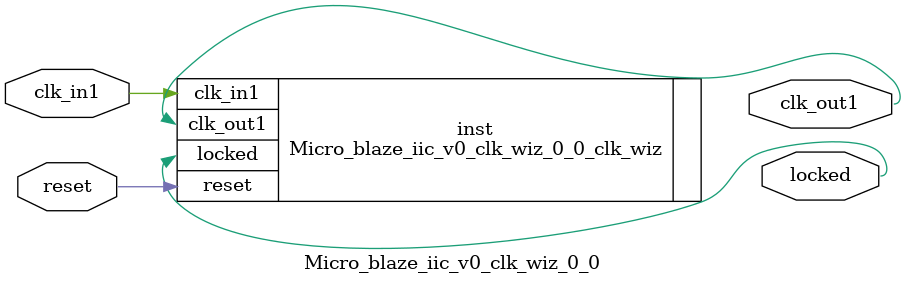
<source format=v>


`timescale 1ps/1ps

(* CORE_GENERATION_INFO = "Micro_blaze_iic_v0_clk_wiz_0_0,clk_wiz_v6_0_4_0_0,{component_name=Micro_blaze_iic_v0_clk_wiz_0_0,use_phase_alignment=true,use_min_o_jitter=false,use_max_i_jitter=false,use_dyn_phase_shift=false,use_inclk_switchover=false,use_dyn_reconfig=false,enable_axi=0,feedback_source=FDBK_AUTO,PRIMITIVE=MMCM,num_out_clk=1,clkin1_period=10.000,clkin2_period=10.000,use_power_down=false,use_reset=true,use_locked=true,use_inclk_stopped=false,feedback_type=SINGLE,CLOCK_MGR_TYPE=NA,manual_override=false}" *)

module Micro_blaze_iic_v0_clk_wiz_0_0 
 (
  // Clock out ports
  output        clk_out1,
  // Status and control signals
  input         reset,
  output        locked,
 // Clock in ports
  input         clk_in1
 );

  Micro_blaze_iic_v0_clk_wiz_0_0_clk_wiz inst
  (
  // Clock out ports  
  .clk_out1(clk_out1),
  // Status and control signals               
  .reset(reset), 
  .locked(locked),
 // Clock in ports
  .clk_in1(clk_in1)
  );

endmodule

</source>
